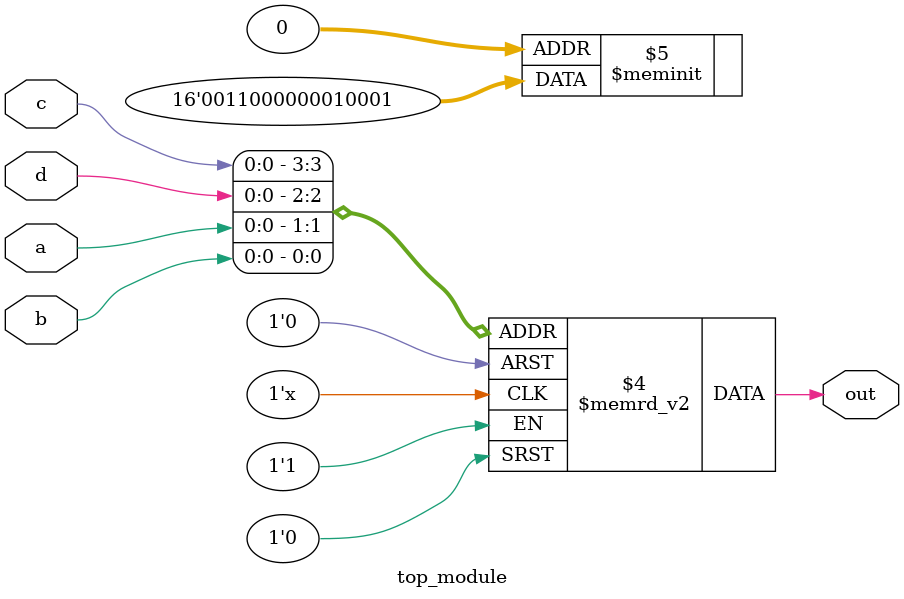
<source format=sv>
module top_module (
    input a,
    input b,
    input c,
    input d,
    output reg out
);

always @(*) begin
    case ({c, d, a, b})
        4'b0000, 4'b0100, 4'b1100, 4'b1101: out = 1'b1;
        4'b0001, 4'b0010, 4'b0011, 4'b0111, 4'b1000, 4'b1011, 4'b1010, 4'b1110, 4'b1111: out = 1'b0;
        default: out = 1'b0; // Treat don't-care as 0
    endcase
end

endmodule

</source>
